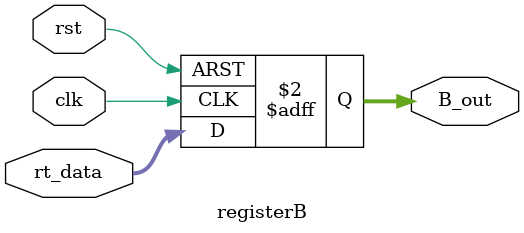
<source format=v>

module registerB(input clk,input rst, input [31:0]rt_data,
	output reg[31:0]B_out
    );
	always@(posedge clk or posedge rst)begin
		if(rst)
			B_out<=0;
		else
			B_out<=rt_data;
	end

    


endmodule

</source>
